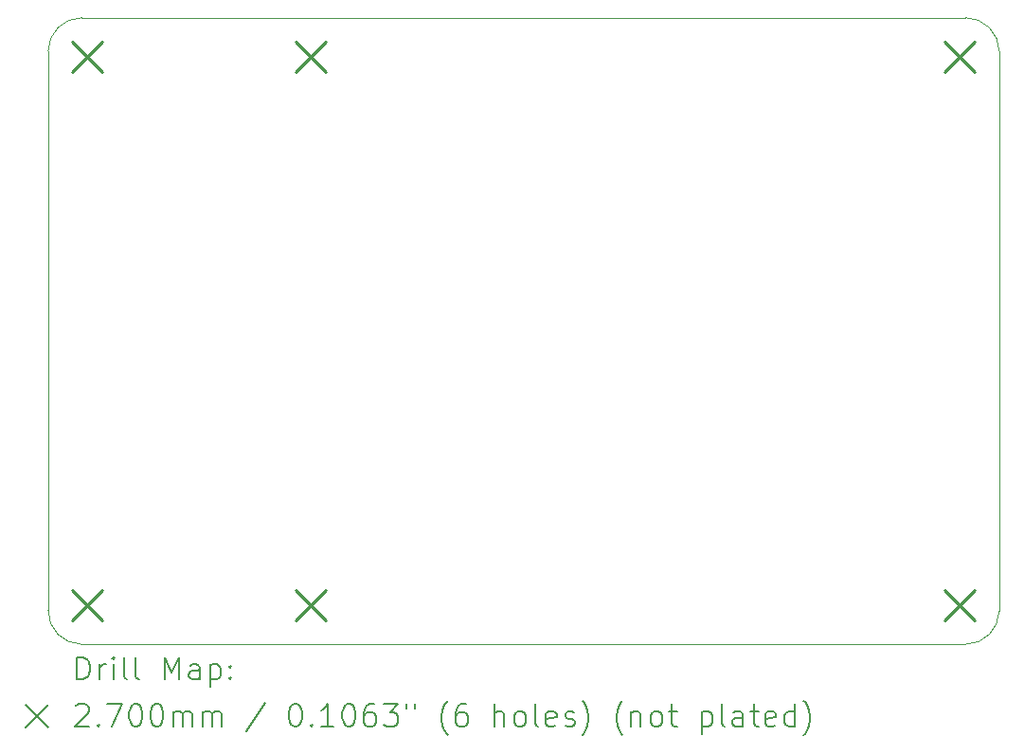
<source format=gbr>
%TF.GenerationSoftware,KiCad,Pcbnew,9.0.0*%
%TF.CreationDate,2025-07-18T15:04:11-05:00*%
%TF.ProjectId,txfilters,74786669-6c74-4657-9273-2e6b69636164,rev?*%
%TF.SameCoordinates,Original*%
%TF.FileFunction,Drillmap*%
%TF.FilePolarity,Positive*%
%FSLAX45Y45*%
G04 Gerber Fmt 4.5, Leading zero omitted, Abs format (unit mm)*
G04 Created by KiCad (PCBNEW 9.0.0) date 2025-07-18 15:04:11*
%MOMM*%
%LPD*%
G01*
G04 APERTURE LIST*
%ADD10C,0.050000*%
%ADD11C,0.200000*%
%ADD12C,0.270000*%
G04 APERTURE END LIST*
D10*
X18258000Y-10013000D02*
G75*
G02*
X18558000Y-10313000I0J-300000D01*
G01*
X10358000Y-15613000D02*
G75*
G02*
X10058002Y-15312000I0J300000D01*
G01*
X10058000Y-10312000D02*
X10058000Y-15312000D01*
X10058000Y-10312000D02*
G75*
G02*
X10358000Y-10012998I300000J-1000D01*
G01*
X10358000Y-15613000D02*
X18258000Y-15613000D01*
X18558000Y-10313000D02*
X18558000Y-15313000D01*
X18558000Y-15313000D02*
G75*
G02*
X18258000Y-15613000I-300000J0D01*
G01*
X10358000Y-10013000D02*
X18258000Y-10013000D01*
D11*
D12*
X10273000Y-10228000D02*
X10543000Y-10498000D01*
X10543000Y-10228000D02*
X10273000Y-10498000D01*
X10273000Y-15128000D02*
X10543000Y-15398000D01*
X10543000Y-15128000D02*
X10273000Y-15398000D01*
X12273000Y-10228000D02*
X12543000Y-10498000D01*
X12543000Y-10228000D02*
X12273000Y-10498000D01*
X12273000Y-15128000D02*
X12543000Y-15398000D01*
X12543000Y-15128000D02*
X12273000Y-15398000D01*
X18073000Y-10228000D02*
X18343000Y-10498000D01*
X18343000Y-10228000D02*
X18073000Y-10498000D01*
X18073000Y-15128000D02*
X18343000Y-15398000D01*
X18343000Y-15128000D02*
X18073000Y-15398000D01*
D11*
X10316277Y-15926984D02*
X10316277Y-15726984D01*
X10316277Y-15726984D02*
X10363896Y-15726984D01*
X10363896Y-15726984D02*
X10392467Y-15736508D01*
X10392467Y-15736508D02*
X10411515Y-15755555D01*
X10411515Y-15755555D02*
X10421039Y-15774603D01*
X10421039Y-15774603D02*
X10430563Y-15812698D01*
X10430563Y-15812698D02*
X10430563Y-15841269D01*
X10430563Y-15841269D02*
X10421039Y-15879365D01*
X10421039Y-15879365D02*
X10411515Y-15898412D01*
X10411515Y-15898412D02*
X10392467Y-15917460D01*
X10392467Y-15917460D02*
X10363896Y-15926984D01*
X10363896Y-15926984D02*
X10316277Y-15926984D01*
X10516277Y-15926984D02*
X10516277Y-15793650D01*
X10516277Y-15831746D02*
X10525801Y-15812698D01*
X10525801Y-15812698D02*
X10535324Y-15803174D01*
X10535324Y-15803174D02*
X10554372Y-15793650D01*
X10554372Y-15793650D02*
X10573420Y-15793650D01*
X10640086Y-15926984D02*
X10640086Y-15793650D01*
X10640086Y-15726984D02*
X10630563Y-15736508D01*
X10630563Y-15736508D02*
X10640086Y-15746031D01*
X10640086Y-15746031D02*
X10649610Y-15736508D01*
X10649610Y-15736508D02*
X10640086Y-15726984D01*
X10640086Y-15726984D02*
X10640086Y-15746031D01*
X10763896Y-15926984D02*
X10744848Y-15917460D01*
X10744848Y-15917460D02*
X10735324Y-15898412D01*
X10735324Y-15898412D02*
X10735324Y-15726984D01*
X10868658Y-15926984D02*
X10849610Y-15917460D01*
X10849610Y-15917460D02*
X10840086Y-15898412D01*
X10840086Y-15898412D02*
X10840086Y-15726984D01*
X11097229Y-15926984D02*
X11097229Y-15726984D01*
X11097229Y-15726984D02*
X11163896Y-15869841D01*
X11163896Y-15869841D02*
X11230562Y-15726984D01*
X11230562Y-15726984D02*
X11230562Y-15926984D01*
X11411515Y-15926984D02*
X11411515Y-15822222D01*
X11411515Y-15822222D02*
X11401991Y-15803174D01*
X11401991Y-15803174D02*
X11382943Y-15793650D01*
X11382943Y-15793650D02*
X11344848Y-15793650D01*
X11344848Y-15793650D02*
X11325801Y-15803174D01*
X11411515Y-15917460D02*
X11392467Y-15926984D01*
X11392467Y-15926984D02*
X11344848Y-15926984D01*
X11344848Y-15926984D02*
X11325801Y-15917460D01*
X11325801Y-15917460D02*
X11316277Y-15898412D01*
X11316277Y-15898412D02*
X11316277Y-15879365D01*
X11316277Y-15879365D02*
X11325801Y-15860317D01*
X11325801Y-15860317D02*
X11344848Y-15850793D01*
X11344848Y-15850793D02*
X11392467Y-15850793D01*
X11392467Y-15850793D02*
X11411515Y-15841269D01*
X11506753Y-15793650D02*
X11506753Y-15993650D01*
X11506753Y-15803174D02*
X11525801Y-15793650D01*
X11525801Y-15793650D02*
X11563896Y-15793650D01*
X11563896Y-15793650D02*
X11582943Y-15803174D01*
X11582943Y-15803174D02*
X11592467Y-15812698D01*
X11592467Y-15812698D02*
X11601991Y-15831746D01*
X11601991Y-15831746D02*
X11601991Y-15888888D01*
X11601991Y-15888888D02*
X11592467Y-15907936D01*
X11592467Y-15907936D02*
X11582943Y-15917460D01*
X11582943Y-15917460D02*
X11563896Y-15926984D01*
X11563896Y-15926984D02*
X11525801Y-15926984D01*
X11525801Y-15926984D02*
X11506753Y-15917460D01*
X11687705Y-15907936D02*
X11697229Y-15917460D01*
X11697229Y-15917460D02*
X11687705Y-15926984D01*
X11687705Y-15926984D02*
X11678182Y-15917460D01*
X11678182Y-15917460D02*
X11687705Y-15907936D01*
X11687705Y-15907936D02*
X11687705Y-15926984D01*
X11687705Y-15803174D02*
X11697229Y-15812698D01*
X11697229Y-15812698D02*
X11687705Y-15822222D01*
X11687705Y-15822222D02*
X11678182Y-15812698D01*
X11678182Y-15812698D02*
X11687705Y-15803174D01*
X11687705Y-15803174D02*
X11687705Y-15822222D01*
X9855500Y-16155500D02*
X10055500Y-16355500D01*
X10055500Y-16155500D02*
X9855500Y-16355500D01*
X10306753Y-16166031D02*
X10316277Y-16156508D01*
X10316277Y-16156508D02*
X10335324Y-16146984D01*
X10335324Y-16146984D02*
X10382944Y-16146984D01*
X10382944Y-16146984D02*
X10401991Y-16156508D01*
X10401991Y-16156508D02*
X10411515Y-16166031D01*
X10411515Y-16166031D02*
X10421039Y-16185079D01*
X10421039Y-16185079D02*
X10421039Y-16204127D01*
X10421039Y-16204127D02*
X10411515Y-16232698D01*
X10411515Y-16232698D02*
X10297229Y-16346984D01*
X10297229Y-16346984D02*
X10421039Y-16346984D01*
X10506753Y-16327936D02*
X10516277Y-16337460D01*
X10516277Y-16337460D02*
X10506753Y-16346984D01*
X10506753Y-16346984D02*
X10497229Y-16337460D01*
X10497229Y-16337460D02*
X10506753Y-16327936D01*
X10506753Y-16327936D02*
X10506753Y-16346984D01*
X10582944Y-16146984D02*
X10716277Y-16146984D01*
X10716277Y-16146984D02*
X10630563Y-16346984D01*
X10830563Y-16146984D02*
X10849610Y-16146984D01*
X10849610Y-16146984D02*
X10868658Y-16156508D01*
X10868658Y-16156508D02*
X10878182Y-16166031D01*
X10878182Y-16166031D02*
X10887705Y-16185079D01*
X10887705Y-16185079D02*
X10897229Y-16223174D01*
X10897229Y-16223174D02*
X10897229Y-16270793D01*
X10897229Y-16270793D02*
X10887705Y-16308888D01*
X10887705Y-16308888D02*
X10878182Y-16327936D01*
X10878182Y-16327936D02*
X10868658Y-16337460D01*
X10868658Y-16337460D02*
X10849610Y-16346984D01*
X10849610Y-16346984D02*
X10830563Y-16346984D01*
X10830563Y-16346984D02*
X10811515Y-16337460D01*
X10811515Y-16337460D02*
X10801991Y-16327936D01*
X10801991Y-16327936D02*
X10792467Y-16308888D01*
X10792467Y-16308888D02*
X10782944Y-16270793D01*
X10782944Y-16270793D02*
X10782944Y-16223174D01*
X10782944Y-16223174D02*
X10792467Y-16185079D01*
X10792467Y-16185079D02*
X10801991Y-16166031D01*
X10801991Y-16166031D02*
X10811515Y-16156508D01*
X10811515Y-16156508D02*
X10830563Y-16146984D01*
X11021039Y-16146984D02*
X11040086Y-16146984D01*
X11040086Y-16146984D02*
X11059134Y-16156508D01*
X11059134Y-16156508D02*
X11068658Y-16166031D01*
X11068658Y-16166031D02*
X11078182Y-16185079D01*
X11078182Y-16185079D02*
X11087705Y-16223174D01*
X11087705Y-16223174D02*
X11087705Y-16270793D01*
X11087705Y-16270793D02*
X11078182Y-16308888D01*
X11078182Y-16308888D02*
X11068658Y-16327936D01*
X11068658Y-16327936D02*
X11059134Y-16337460D01*
X11059134Y-16337460D02*
X11040086Y-16346984D01*
X11040086Y-16346984D02*
X11021039Y-16346984D01*
X11021039Y-16346984D02*
X11001991Y-16337460D01*
X11001991Y-16337460D02*
X10992467Y-16327936D01*
X10992467Y-16327936D02*
X10982944Y-16308888D01*
X10982944Y-16308888D02*
X10973420Y-16270793D01*
X10973420Y-16270793D02*
X10973420Y-16223174D01*
X10973420Y-16223174D02*
X10982944Y-16185079D01*
X10982944Y-16185079D02*
X10992467Y-16166031D01*
X10992467Y-16166031D02*
X11001991Y-16156508D01*
X11001991Y-16156508D02*
X11021039Y-16146984D01*
X11173420Y-16346984D02*
X11173420Y-16213650D01*
X11173420Y-16232698D02*
X11182944Y-16223174D01*
X11182944Y-16223174D02*
X11201991Y-16213650D01*
X11201991Y-16213650D02*
X11230563Y-16213650D01*
X11230563Y-16213650D02*
X11249610Y-16223174D01*
X11249610Y-16223174D02*
X11259134Y-16242222D01*
X11259134Y-16242222D02*
X11259134Y-16346984D01*
X11259134Y-16242222D02*
X11268658Y-16223174D01*
X11268658Y-16223174D02*
X11287705Y-16213650D01*
X11287705Y-16213650D02*
X11316277Y-16213650D01*
X11316277Y-16213650D02*
X11335324Y-16223174D01*
X11335324Y-16223174D02*
X11344848Y-16242222D01*
X11344848Y-16242222D02*
X11344848Y-16346984D01*
X11440086Y-16346984D02*
X11440086Y-16213650D01*
X11440086Y-16232698D02*
X11449610Y-16223174D01*
X11449610Y-16223174D02*
X11468658Y-16213650D01*
X11468658Y-16213650D02*
X11497229Y-16213650D01*
X11497229Y-16213650D02*
X11516277Y-16223174D01*
X11516277Y-16223174D02*
X11525801Y-16242222D01*
X11525801Y-16242222D02*
X11525801Y-16346984D01*
X11525801Y-16242222D02*
X11535324Y-16223174D01*
X11535324Y-16223174D02*
X11554372Y-16213650D01*
X11554372Y-16213650D02*
X11582943Y-16213650D01*
X11582943Y-16213650D02*
X11601991Y-16223174D01*
X11601991Y-16223174D02*
X11611515Y-16242222D01*
X11611515Y-16242222D02*
X11611515Y-16346984D01*
X12001991Y-16137460D02*
X11830563Y-16394603D01*
X12259134Y-16146984D02*
X12278182Y-16146984D01*
X12278182Y-16146984D02*
X12297229Y-16156508D01*
X12297229Y-16156508D02*
X12306753Y-16166031D01*
X12306753Y-16166031D02*
X12316277Y-16185079D01*
X12316277Y-16185079D02*
X12325801Y-16223174D01*
X12325801Y-16223174D02*
X12325801Y-16270793D01*
X12325801Y-16270793D02*
X12316277Y-16308888D01*
X12316277Y-16308888D02*
X12306753Y-16327936D01*
X12306753Y-16327936D02*
X12297229Y-16337460D01*
X12297229Y-16337460D02*
X12278182Y-16346984D01*
X12278182Y-16346984D02*
X12259134Y-16346984D01*
X12259134Y-16346984D02*
X12240086Y-16337460D01*
X12240086Y-16337460D02*
X12230563Y-16327936D01*
X12230563Y-16327936D02*
X12221039Y-16308888D01*
X12221039Y-16308888D02*
X12211515Y-16270793D01*
X12211515Y-16270793D02*
X12211515Y-16223174D01*
X12211515Y-16223174D02*
X12221039Y-16185079D01*
X12221039Y-16185079D02*
X12230563Y-16166031D01*
X12230563Y-16166031D02*
X12240086Y-16156508D01*
X12240086Y-16156508D02*
X12259134Y-16146984D01*
X12411515Y-16327936D02*
X12421039Y-16337460D01*
X12421039Y-16337460D02*
X12411515Y-16346984D01*
X12411515Y-16346984D02*
X12401991Y-16337460D01*
X12401991Y-16337460D02*
X12411515Y-16327936D01*
X12411515Y-16327936D02*
X12411515Y-16346984D01*
X12611515Y-16346984D02*
X12497229Y-16346984D01*
X12554372Y-16346984D02*
X12554372Y-16146984D01*
X12554372Y-16146984D02*
X12535325Y-16175555D01*
X12535325Y-16175555D02*
X12516277Y-16194603D01*
X12516277Y-16194603D02*
X12497229Y-16204127D01*
X12735325Y-16146984D02*
X12754372Y-16146984D01*
X12754372Y-16146984D02*
X12773420Y-16156508D01*
X12773420Y-16156508D02*
X12782944Y-16166031D01*
X12782944Y-16166031D02*
X12792467Y-16185079D01*
X12792467Y-16185079D02*
X12801991Y-16223174D01*
X12801991Y-16223174D02*
X12801991Y-16270793D01*
X12801991Y-16270793D02*
X12792467Y-16308888D01*
X12792467Y-16308888D02*
X12782944Y-16327936D01*
X12782944Y-16327936D02*
X12773420Y-16337460D01*
X12773420Y-16337460D02*
X12754372Y-16346984D01*
X12754372Y-16346984D02*
X12735325Y-16346984D01*
X12735325Y-16346984D02*
X12716277Y-16337460D01*
X12716277Y-16337460D02*
X12706753Y-16327936D01*
X12706753Y-16327936D02*
X12697229Y-16308888D01*
X12697229Y-16308888D02*
X12687706Y-16270793D01*
X12687706Y-16270793D02*
X12687706Y-16223174D01*
X12687706Y-16223174D02*
X12697229Y-16185079D01*
X12697229Y-16185079D02*
X12706753Y-16166031D01*
X12706753Y-16166031D02*
X12716277Y-16156508D01*
X12716277Y-16156508D02*
X12735325Y-16146984D01*
X12973420Y-16146984D02*
X12935325Y-16146984D01*
X12935325Y-16146984D02*
X12916277Y-16156508D01*
X12916277Y-16156508D02*
X12906753Y-16166031D01*
X12906753Y-16166031D02*
X12887706Y-16194603D01*
X12887706Y-16194603D02*
X12878182Y-16232698D01*
X12878182Y-16232698D02*
X12878182Y-16308888D01*
X12878182Y-16308888D02*
X12887706Y-16327936D01*
X12887706Y-16327936D02*
X12897229Y-16337460D01*
X12897229Y-16337460D02*
X12916277Y-16346984D01*
X12916277Y-16346984D02*
X12954372Y-16346984D01*
X12954372Y-16346984D02*
X12973420Y-16337460D01*
X12973420Y-16337460D02*
X12982944Y-16327936D01*
X12982944Y-16327936D02*
X12992467Y-16308888D01*
X12992467Y-16308888D02*
X12992467Y-16261269D01*
X12992467Y-16261269D02*
X12982944Y-16242222D01*
X12982944Y-16242222D02*
X12973420Y-16232698D01*
X12973420Y-16232698D02*
X12954372Y-16223174D01*
X12954372Y-16223174D02*
X12916277Y-16223174D01*
X12916277Y-16223174D02*
X12897229Y-16232698D01*
X12897229Y-16232698D02*
X12887706Y-16242222D01*
X12887706Y-16242222D02*
X12878182Y-16261269D01*
X13059134Y-16146984D02*
X13182944Y-16146984D01*
X13182944Y-16146984D02*
X13116277Y-16223174D01*
X13116277Y-16223174D02*
X13144848Y-16223174D01*
X13144848Y-16223174D02*
X13163896Y-16232698D01*
X13163896Y-16232698D02*
X13173420Y-16242222D01*
X13173420Y-16242222D02*
X13182944Y-16261269D01*
X13182944Y-16261269D02*
X13182944Y-16308888D01*
X13182944Y-16308888D02*
X13173420Y-16327936D01*
X13173420Y-16327936D02*
X13163896Y-16337460D01*
X13163896Y-16337460D02*
X13144848Y-16346984D01*
X13144848Y-16346984D02*
X13087706Y-16346984D01*
X13087706Y-16346984D02*
X13068658Y-16337460D01*
X13068658Y-16337460D02*
X13059134Y-16327936D01*
X13259134Y-16146984D02*
X13259134Y-16185079D01*
X13335325Y-16146984D02*
X13335325Y-16185079D01*
X13630563Y-16423174D02*
X13621039Y-16413650D01*
X13621039Y-16413650D02*
X13601991Y-16385079D01*
X13601991Y-16385079D02*
X13592468Y-16366031D01*
X13592468Y-16366031D02*
X13582944Y-16337460D01*
X13582944Y-16337460D02*
X13573420Y-16289841D01*
X13573420Y-16289841D02*
X13573420Y-16251746D01*
X13573420Y-16251746D02*
X13582944Y-16204127D01*
X13582944Y-16204127D02*
X13592468Y-16175555D01*
X13592468Y-16175555D02*
X13601991Y-16156508D01*
X13601991Y-16156508D02*
X13621039Y-16127936D01*
X13621039Y-16127936D02*
X13630563Y-16118412D01*
X13792468Y-16146984D02*
X13754372Y-16146984D01*
X13754372Y-16146984D02*
X13735325Y-16156508D01*
X13735325Y-16156508D02*
X13725801Y-16166031D01*
X13725801Y-16166031D02*
X13706753Y-16194603D01*
X13706753Y-16194603D02*
X13697229Y-16232698D01*
X13697229Y-16232698D02*
X13697229Y-16308888D01*
X13697229Y-16308888D02*
X13706753Y-16327936D01*
X13706753Y-16327936D02*
X13716277Y-16337460D01*
X13716277Y-16337460D02*
X13735325Y-16346984D01*
X13735325Y-16346984D02*
X13773420Y-16346984D01*
X13773420Y-16346984D02*
X13792468Y-16337460D01*
X13792468Y-16337460D02*
X13801991Y-16327936D01*
X13801991Y-16327936D02*
X13811515Y-16308888D01*
X13811515Y-16308888D02*
X13811515Y-16261269D01*
X13811515Y-16261269D02*
X13801991Y-16242222D01*
X13801991Y-16242222D02*
X13792468Y-16232698D01*
X13792468Y-16232698D02*
X13773420Y-16223174D01*
X13773420Y-16223174D02*
X13735325Y-16223174D01*
X13735325Y-16223174D02*
X13716277Y-16232698D01*
X13716277Y-16232698D02*
X13706753Y-16242222D01*
X13706753Y-16242222D02*
X13697229Y-16261269D01*
X14049610Y-16346984D02*
X14049610Y-16146984D01*
X14135325Y-16346984D02*
X14135325Y-16242222D01*
X14135325Y-16242222D02*
X14125801Y-16223174D01*
X14125801Y-16223174D02*
X14106753Y-16213650D01*
X14106753Y-16213650D02*
X14078182Y-16213650D01*
X14078182Y-16213650D02*
X14059134Y-16223174D01*
X14059134Y-16223174D02*
X14049610Y-16232698D01*
X14259134Y-16346984D02*
X14240087Y-16337460D01*
X14240087Y-16337460D02*
X14230563Y-16327936D01*
X14230563Y-16327936D02*
X14221039Y-16308888D01*
X14221039Y-16308888D02*
X14221039Y-16251746D01*
X14221039Y-16251746D02*
X14230563Y-16232698D01*
X14230563Y-16232698D02*
X14240087Y-16223174D01*
X14240087Y-16223174D02*
X14259134Y-16213650D01*
X14259134Y-16213650D02*
X14287706Y-16213650D01*
X14287706Y-16213650D02*
X14306753Y-16223174D01*
X14306753Y-16223174D02*
X14316277Y-16232698D01*
X14316277Y-16232698D02*
X14325801Y-16251746D01*
X14325801Y-16251746D02*
X14325801Y-16308888D01*
X14325801Y-16308888D02*
X14316277Y-16327936D01*
X14316277Y-16327936D02*
X14306753Y-16337460D01*
X14306753Y-16337460D02*
X14287706Y-16346984D01*
X14287706Y-16346984D02*
X14259134Y-16346984D01*
X14440087Y-16346984D02*
X14421039Y-16337460D01*
X14421039Y-16337460D02*
X14411515Y-16318412D01*
X14411515Y-16318412D02*
X14411515Y-16146984D01*
X14592468Y-16337460D02*
X14573420Y-16346984D01*
X14573420Y-16346984D02*
X14535325Y-16346984D01*
X14535325Y-16346984D02*
X14516277Y-16337460D01*
X14516277Y-16337460D02*
X14506753Y-16318412D01*
X14506753Y-16318412D02*
X14506753Y-16242222D01*
X14506753Y-16242222D02*
X14516277Y-16223174D01*
X14516277Y-16223174D02*
X14535325Y-16213650D01*
X14535325Y-16213650D02*
X14573420Y-16213650D01*
X14573420Y-16213650D02*
X14592468Y-16223174D01*
X14592468Y-16223174D02*
X14601991Y-16242222D01*
X14601991Y-16242222D02*
X14601991Y-16261269D01*
X14601991Y-16261269D02*
X14506753Y-16280317D01*
X14678182Y-16337460D02*
X14697230Y-16346984D01*
X14697230Y-16346984D02*
X14735325Y-16346984D01*
X14735325Y-16346984D02*
X14754372Y-16337460D01*
X14754372Y-16337460D02*
X14763896Y-16318412D01*
X14763896Y-16318412D02*
X14763896Y-16308888D01*
X14763896Y-16308888D02*
X14754372Y-16289841D01*
X14754372Y-16289841D02*
X14735325Y-16280317D01*
X14735325Y-16280317D02*
X14706753Y-16280317D01*
X14706753Y-16280317D02*
X14687706Y-16270793D01*
X14687706Y-16270793D02*
X14678182Y-16251746D01*
X14678182Y-16251746D02*
X14678182Y-16242222D01*
X14678182Y-16242222D02*
X14687706Y-16223174D01*
X14687706Y-16223174D02*
X14706753Y-16213650D01*
X14706753Y-16213650D02*
X14735325Y-16213650D01*
X14735325Y-16213650D02*
X14754372Y-16223174D01*
X14830563Y-16423174D02*
X14840087Y-16413650D01*
X14840087Y-16413650D02*
X14859134Y-16385079D01*
X14859134Y-16385079D02*
X14868658Y-16366031D01*
X14868658Y-16366031D02*
X14878182Y-16337460D01*
X14878182Y-16337460D02*
X14887706Y-16289841D01*
X14887706Y-16289841D02*
X14887706Y-16251746D01*
X14887706Y-16251746D02*
X14878182Y-16204127D01*
X14878182Y-16204127D02*
X14868658Y-16175555D01*
X14868658Y-16175555D02*
X14859134Y-16156508D01*
X14859134Y-16156508D02*
X14840087Y-16127936D01*
X14840087Y-16127936D02*
X14830563Y-16118412D01*
X15192468Y-16423174D02*
X15182944Y-16413650D01*
X15182944Y-16413650D02*
X15163896Y-16385079D01*
X15163896Y-16385079D02*
X15154372Y-16366031D01*
X15154372Y-16366031D02*
X15144849Y-16337460D01*
X15144849Y-16337460D02*
X15135325Y-16289841D01*
X15135325Y-16289841D02*
X15135325Y-16251746D01*
X15135325Y-16251746D02*
X15144849Y-16204127D01*
X15144849Y-16204127D02*
X15154372Y-16175555D01*
X15154372Y-16175555D02*
X15163896Y-16156508D01*
X15163896Y-16156508D02*
X15182944Y-16127936D01*
X15182944Y-16127936D02*
X15192468Y-16118412D01*
X15268658Y-16213650D02*
X15268658Y-16346984D01*
X15268658Y-16232698D02*
X15278182Y-16223174D01*
X15278182Y-16223174D02*
X15297230Y-16213650D01*
X15297230Y-16213650D02*
X15325801Y-16213650D01*
X15325801Y-16213650D02*
X15344849Y-16223174D01*
X15344849Y-16223174D02*
X15354372Y-16242222D01*
X15354372Y-16242222D02*
X15354372Y-16346984D01*
X15478182Y-16346984D02*
X15459134Y-16337460D01*
X15459134Y-16337460D02*
X15449611Y-16327936D01*
X15449611Y-16327936D02*
X15440087Y-16308888D01*
X15440087Y-16308888D02*
X15440087Y-16251746D01*
X15440087Y-16251746D02*
X15449611Y-16232698D01*
X15449611Y-16232698D02*
X15459134Y-16223174D01*
X15459134Y-16223174D02*
X15478182Y-16213650D01*
X15478182Y-16213650D02*
X15506753Y-16213650D01*
X15506753Y-16213650D02*
X15525801Y-16223174D01*
X15525801Y-16223174D02*
X15535325Y-16232698D01*
X15535325Y-16232698D02*
X15544849Y-16251746D01*
X15544849Y-16251746D02*
X15544849Y-16308888D01*
X15544849Y-16308888D02*
X15535325Y-16327936D01*
X15535325Y-16327936D02*
X15525801Y-16337460D01*
X15525801Y-16337460D02*
X15506753Y-16346984D01*
X15506753Y-16346984D02*
X15478182Y-16346984D01*
X15601992Y-16213650D02*
X15678182Y-16213650D01*
X15630563Y-16146984D02*
X15630563Y-16318412D01*
X15630563Y-16318412D02*
X15640087Y-16337460D01*
X15640087Y-16337460D02*
X15659134Y-16346984D01*
X15659134Y-16346984D02*
X15678182Y-16346984D01*
X15897230Y-16213650D02*
X15897230Y-16413650D01*
X15897230Y-16223174D02*
X15916277Y-16213650D01*
X15916277Y-16213650D02*
X15954373Y-16213650D01*
X15954373Y-16213650D02*
X15973420Y-16223174D01*
X15973420Y-16223174D02*
X15982944Y-16232698D01*
X15982944Y-16232698D02*
X15992468Y-16251746D01*
X15992468Y-16251746D02*
X15992468Y-16308888D01*
X15992468Y-16308888D02*
X15982944Y-16327936D01*
X15982944Y-16327936D02*
X15973420Y-16337460D01*
X15973420Y-16337460D02*
X15954373Y-16346984D01*
X15954373Y-16346984D02*
X15916277Y-16346984D01*
X15916277Y-16346984D02*
X15897230Y-16337460D01*
X16106753Y-16346984D02*
X16087706Y-16337460D01*
X16087706Y-16337460D02*
X16078182Y-16318412D01*
X16078182Y-16318412D02*
X16078182Y-16146984D01*
X16268658Y-16346984D02*
X16268658Y-16242222D01*
X16268658Y-16242222D02*
X16259134Y-16223174D01*
X16259134Y-16223174D02*
X16240087Y-16213650D01*
X16240087Y-16213650D02*
X16201992Y-16213650D01*
X16201992Y-16213650D02*
X16182944Y-16223174D01*
X16268658Y-16337460D02*
X16249611Y-16346984D01*
X16249611Y-16346984D02*
X16201992Y-16346984D01*
X16201992Y-16346984D02*
X16182944Y-16337460D01*
X16182944Y-16337460D02*
X16173420Y-16318412D01*
X16173420Y-16318412D02*
X16173420Y-16299365D01*
X16173420Y-16299365D02*
X16182944Y-16280317D01*
X16182944Y-16280317D02*
X16201992Y-16270793D01*
X16201992Y-16270793D02*
X16249611Y-16270793D01*
X16249611Y-16270793D02*
X16268658Y-16261269D01*
X16335325Y-16213650D02*
X16411515Y-16213650D01*
X16363896Y-16146984D02*
X16363896Y-16318412D01*
X16363896Y-16318412D02*
X16373420Y-16337460D01*
X16373420Y-16337460D02*
X16392468Y-16346984D01*
X16392468Y-16346984D02*
X16411515Y-16346984D01*
X16554373Y-16337460D02*
X16535325Y-16346984D01*
X16535325Y-16346984D02*
X16497230Y-16346984D01*
X16497230Y-16346984D02*
X16478182Y-16337460D01*
X16478182Y-16337460D02*
X16468658Y-16318412D01*
X16468658Y-16318412D02*
X16468658Y-16242222D01*
X16468658Y-16242222D02*
X16478182Y-16223174D01*
X16478182Y-16223174D02*
X16497230Y-16213650D01*
X16497230Y-16213650D02*
X16535325Y-16213650D01*
X16535325Y-16213650D02*
X16554373Y-16223174D01*
X16554373Y-16223174D02*
X16563896Y-16242222D01*
X16563896Y-16242222D02*
X16563896Y-16261269D01*
X16563896Y-16261269D02*
X16468658Y-16280317D01*
X16735325Y-16346984D02*
X16735325Y-16146984D01*
X16735325Y-16337460D02*
X16716277Y-16346984D01*
X16716277Y-16346984D02*
X16678182Y-16346984D01*
X16678182Y-16346984D02*
X16659134Y-16337460D01*
X16659134Y-16337460D02*
X16649611Y-16327936D01*
X16649611Y-16327936D02*
X16640087Y-16308888D01*
X16640087Y-16308888D02*
X16640087Y-16251746D01*
X16640087Y-16251746D02*
X16649611Y-16232698D01*
X16649611Y-16232698D02*
X16659134Y-16223174D01*
X16659134Y-16223174D02*
X16678182Y-16213650D01*
X16678182Y-16213650D02*
X16716277Y-16213650D01*
X16716277Y-16213650D02*
X16735325Y-16223174D01*
X16811516Y-16423174D02*
X16821039Y-16413650D01*
X16821039Y-16413650D02*
X16840087Y-16385079D01*
X16840087Y-16385079D02*
X16849611Y-16366031D01*
X16849611Y-16366031D02*
X16859135Y-16337460D01*
X16859135Y-16337460D02*
X16868658Y-16289841D01*
X16868658Y-16289841D02*
X16868658Y-16251746D01*
X16868658Y-16251746D02*
X16859135Y-16204127D01*
X16859135Y-16204127D02*
X16849611Y-16175555D01*
X16849611Y-16175555D02*
X16840087Y-16156508D01*
X16840087Y-16156508D02*
X16821039Y-16127936D01*
X16821039Y-16127936D02*
X16811516Y-16118412D01*
M02*

</source>
